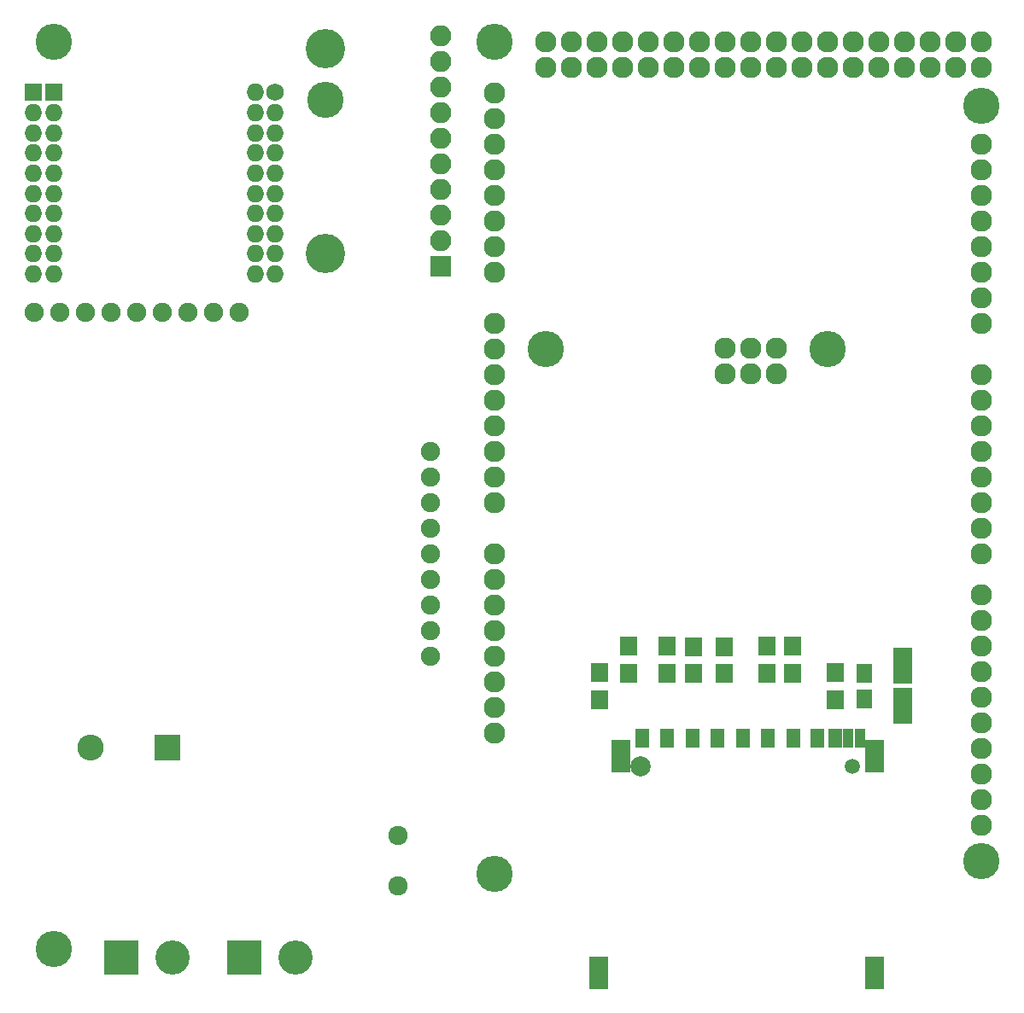
<source format=gbr>
G04 #@! TF.FileFunction,Soldermask,Bot*
%FSLAX46Y46*%
G04 Gerber Fmt 4.6, Leading zero omitted, Abs format (unit mm)*
G04 Created by KiCad (PCBNEW 4.0.7-e2-6376~58~ubuntu16.04.1) date Tue Oct  2 08:21:06 2018*
%MOMM*%
%LPD*%
G01*
G04 APERTURE LIST*
%ADD10C,0.100000*%
%ADD11R,1.750000X1.750000*%
%ADD12O,1.750000X1.750000*%
%ADD13C,1.750000*%
%ADD14C,1.924000*%
%ADD15O,2.127200X2.127200*%
%ADD16C,3.600000*%
%ADD17R,1.900000X3.600000*%
%ADD18R,1.650000X1.900000*%
%ADD19R,2.600000X2.600000*%
%ADD20O,2.600000X2.600000*%
%ADD21R,1.400000X1.900000*%
%ADD22R,1.100000X1.900000*%
%ADD23C,2.000000*%
%ADD24C,1.500000*%
%ADD25R,1.900000X3.200000*%
%ADD26R,1.700000X1.900000*%
%ADD27C,1.900000*%
%ADD28R,2.100000X2.100000*%
%ADD29O,2.100000X2.100000*%
%ADD30C,3.900000*%
%ADD31R,3.400000X3.400000*%
%ADD32C,3.400000*%
G04 APERTURE END LIST*
D10*
D11*
X105000000Y-60000000D03*
X103000000Y-60000000D03*
D12*
X105000000Y-62000000D03*
X103000000Y-62000000D03*
X105000000Y-64000000D03*
X103000000Y-64000000D03*
X105000000Y-66000000D03*
X103000000Y-66000000D03*
X105000000Y-68000000D03*
X103000000Y-68000000D03*
X105000000Y-70000000D03*
X103000000Y-70000000D03*
X105000000Y-72000000D03*
X103000000Y-72000000D03*
X105000000Y-74000000D03*
X103000000Y-74000000D03*
X105000000Y-76000000D03*
X103000000Y-76000000D03*
X105000000Y-78000000D03*
X103000000Y-78000000D03*
X127000000Y-64000000D03*
D13*
X127000000Y-60000000D03*
D12*
X125000000Y-60000000D03*
X127000000Y-62000000D03*
X125000000Y-62000000D03*
X125000000Y-64000000D03*
X127000000Y-66000000D03*
X125000000Y-66000000D03*
X125000000Y-68000000D03*
X127000000Y-70000000D03*
X125000000Y-70000000D03*
X127000000Y-72000000D03*
X127000000Y-68000000D03*
X127000000Y-74000000D03*
X125000000Y-72000000D03*
X125000000Y-74000000D03*
X127000000Y-78000000D03*
X125000000Y-76000000D03*
X127000000Y-76000000D03*
X125000000Y-78000000D03*
D14*
X139192000Y-133684000D03*
X139192000Y-138684000D03*
D15*
X171600000Y-87893000D03*
X171600000Y-85353000D03*
X174140000Y-85353000D03*
X174140000Y-87893000D03*
X176680000Y-85353000D03*
X148740000Y-100720000D03*
X148740000Y-105800000D03*
X148740000Y-108340000D03*
X148740000Y-110880000D03*
X148740000Y-113420000D03*
X148740000Y-115960000D03*
X148740000Y-118500000D03*
X148740000Y-121040000D03*
X197000000Y-65160000D03*
X197000000Y-67700000D03*
X197000000Y-70240000D03*
X197000000Y-72780000D03*
X197000000Y-75320000D03*
X197000000Y-77860000D03*
X197000000Y-80400000D03*
X197000000Y-82940000D03*
X197000000Y-88020000D03*
X197000000Y-90560000D03*
X197000000Y-93100000D03*
X197000000Y-95640000D03*
X197000000Y-98180000D03*
X197000000Y-100720000D03*
X197000000Y-103260000D03*
X197000000Y-105800000D03*
X197000000Y-125104000D03*
X197000000Y-109864000D03*
X197000000Y-112404000D03*
X197000000Y-114944000D03*
D16*
X153820000Y-85480000D03*
X181760000Y-85480000D03*
X197000000Y-61350000D03*
X197000000Y-136280000D03*
X148740000Y-55000000D03*
X148740000Y-137550000D03*
D15*
X197000000Y-132724000D03*
X197000000Y-130184000D03*
X197000000Y-127644000D03*
X197000000Y-122564000D03*
X197000000Y-120024000D03*
X197000000Y-117484000D03*
X148740000Y-123580000D03*
X148740000Y-98180000D03*
X148740000Y-95640000D03*
X148740000Y-93100000D03*
X148740000Y-90560000D03*
X148740000Y-88020000D03*
X148740000Y-85480000D03*
X148740000Y-82940000D03*
X148740000Y-77860000D03*
X148740000Y-75320000D03*
X148740000Y-72780000D03*
X148740000Y-70240000D03*
X148740000Y-67700000D03*
X148740000Y-65160000D03*
X148740000Y-62620000D03*
X148740000Y-60080000D03*
X197000000Y-57540000D03*
X197000000Y-55000000D03*
X194460000Y-57540000D03*
X194460000Y-55000000D03*
X191920000Y-57540000D03*
X191920000Y-55000000D03*
X189380000Y-57540000D03*
X189380000Y-55000000D03*
X186840000Y-57540000D03*
X186840000Y-55000000D03*
X184300000Y-57540000D03*
X184300000Y-55000000D03*
X181760000Y-57540000D03*
X181760000Y-55000000D03*
X179220000Y-57540000D03*
X179220000Y-55000000D03*
X176680000Y-57540000D03*
X176680000Y-55000000D03*
X174140000Y-57540000D03*
X174140000Y-55000000D03*
X171600000Y-57540000D03*
X171600000Y-55000000D03*
X169060000Y-57540000D03*
X169060000Y-55000000D03*
X166520000Y-57540000D03*
X166520000Y-55000000D03*
X163980000Y-57540000D03*
X163980000Y-55000000D03*
X161440000Y-57540000D03*
X161440000Y-55000000D03*
X158900000Y-57540000D03*
X158900000Y-55000000D03*
X156360000Y-57540000D03*
X156360000Y-55000000D03*
X153820000Y-57540000D03*
X153820000Y-55000000D03*
X176680000Y-87893000D03*
D16*
X105000000Y-145000000D03*
D17*
X189230000Y-116872000D03*
X189230000Y-120872000D03*
D18*
X185420000Y-117622000D03*
X185420000Y-120122000D03*
D19*
X116332000Y-124968000D03*
D20*
X108712000Y-124968000D03*
D21*
X165845000Y-124025000D03*
X168345000Y-124025000D03*
X170845000Y-124025000D03*
X173345000Y-124025000D03*
X175845000Y-124025000D03*
X178345000Y-124025000D03*
X180775000Y-124025000D03*
X182475000Y-124025000D03*
X163345000Y-124025000D03*
D22*
X183775000Y-124025000D03*
X184975000Y-124025000D03*
D23*
X163220000Y-126825000D03*
D24*
X184220000Y-126825000D03*
D25*
X161270000Y-125825000D03*
X159070000Y-147325000D03*
X186370000Y-147325000D03*
X186370000Y-125825000D03*
D26*
X165862000Y-114946464D03*
X165862000Y-117646464D03*
X168452800Y-114956600D03*
X168452800Y-117656600D03*
X178308000Y-114946464D03*
X178308000Y-117646464D03*
X162001200Y-114931200D03*
X162001200Y-117631200D03*
X171526200Y-114956600D03*
X171526200Y-117656600D03*
X175768000Y-117646464D03*
X175768000Y-114946464D03*
D27*
X120904000Y-81788000D03*
X123444000Y-81788000D03*
X115824000Y-81788000D03*
X118364000Y-81788000D03*
X142389860Y-100718620D03*
X142389860Y-98178620D03*
X142389860Y-95638620D03*
X110744000Y-81788000D03*
X108204000Y-81788000D03*
X113284000Y-81788000D03*
X103124000Y-81788000D03*
X105664000Y-81788000D03*
X142389860Y-108338620D03*
X142389860Y-103258620D03*
X142389860Y-105798620D03*
X142389860Y-110878620D03*
X142389860Y-113418620D03*
X142389860Y-115958620D03*
D28*
X143400000Y-77240000D03*
D29*
X143400000Y-74700000D03*
X143400000Y-72160000D03*
X143400000Y-69620000D03*
X143400000Y-67080000D03*
X143400000Y-64540000D03*
X143400000Y-62000000D03*
X143400000Y-59460000D03*
X143400000Y-56920000D03*
X143400000Y-54380000D03*
D30*
X132000000Y-75999000D03*
X132000000Y-55625000D03*
D31*
X123952000Y-145796000D03*
D32*
X129032000Y-145796000D03*
D31*
X111760000Y-145796000D03*
D32*
X116840000Y-145796000D03*
D16*
X105000000Y-55000000D03*
D26*
X159110680Y-117522000D03*
X159110680Y-120222000D03*
X182473600Y-117522000D03*
X182473600Y-120222000D03*
D16*
X132000000Y-60705000D03*
M02*

</source>
